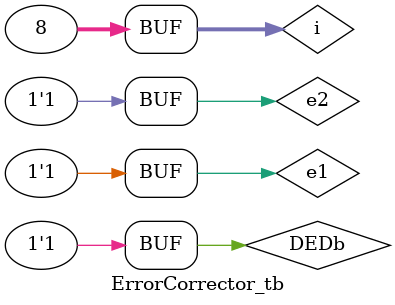
<source format=v>
`timescale 1ns / 1ps


module ErrorCorrector_tb;

reg e1,e2,DEDb;
wire di;
integer i;

SECDEDErrorCorrector ec(.e1(e1),.e2(e2),.DEDb(DEDb),.di(di));

initial begin

e1 <= 0;
e2 <= 0;
DEDb <= 0;

$monitor("e1=%0b e2=%0b DEDb=%0b di=%0b",e1,e2,DEDb,di);

for(i=0; i<8; i=i+1)
begin
{e1,e2,DEDb}=i;
#10;
end

end
endmodule

</source>
